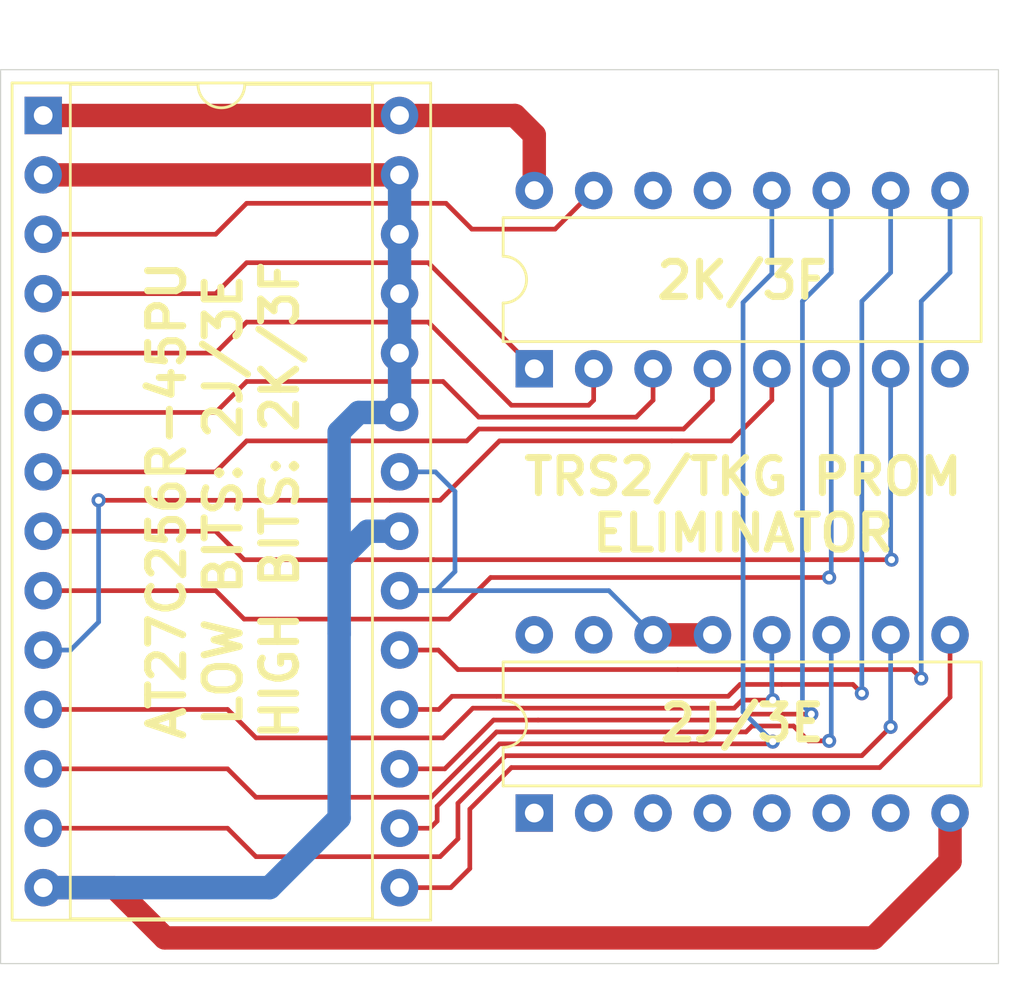
<source format=kicad_pcb>
(kicad_pcb (version 20241229) (generator "pcbnew") (generator_version "9.0")
  (layers (0 "F.Cu" signal) (2 "B.Cu" signal) (13 "F.Paste" user) (15 "B.Paste" user) (5 "F.SilkS" user "F.Silkscreen") (7 "B.SilkS" user "B.Silkscreen") (1 "F.Mask" user) (3 "B.Mask" user) (25 "Edge.Cuts" user))
  (net 0 "")
  (net 2 "GND")
  (net 3 "CS")
  (net 4 "2E_D3")
  (net 12 "2E_D0")
  (net 14 "2E_D1")
  (net 15 "2E_D2")
  (net 17 "2F_D2")
  (net 18 "A1")
  (net 19 "A0")
  (net 20 "+5V")
  (net 21 "A5")
  (net 23 "2F_D0")
  (net 24 "A7")
  (net 25 "2F_D1")
  (net 26 "A3")
  (net 28 "2F_D3")
  (net 29 "A6")
  (net 30 "A4")
  (net 31 "A2")
  (footprint "Package_DIP:DIP-16_W7.62mm" (layer "F.Cu") (at 50 69 90)
    (property "Reference" "J1")
    (property "Value" "Conn_02x08_Counter_Clockwise")
    (fp_line (start 6.46 -1.33) (end 4.81 -1.33) (stroke (width 0.12)) (layer "F.SilkS"))
    (fp_line (start 2.81 -1.33) (end 1.16 -1.33) (stroke (width 0.12)) (layer "F.SilkS"))
    (fp_line (start 1.16 -1.33) (end 1.16 19.11) (stroke (width 0.12)) (layer "F.SilkS"))
    (fp_line (start 6.46 19.11) (end 6.46 -1.33) (stroke (width 0.12)) (layer "F.SilkS"))
    (fp_line (start 1.16 19.11) (end 6.46 19.11) (stroke (width 0.12)) (layer "F.SilkS"))
    (fp_arc (start 4.81 -1.33) (mid 3.81 -0.33) (end 2.81 -1.33) (stroke (width 0.12)) (layer "F.SilkS"))
    (pad "1" thru_hole rect (at 0 0 90) (size 1.6 1.6) (drill 0.8) (layers "*.Cu" "*.Mask"))
    (pad "2" thru_hole oval (at 0 2.54 90) (size 1.6 1.6) (drill 0.8) (layers "*.Cu" "*.Mask"))
    (pad "3" thru_hole oval (at 0 5.08 90) (size 1.6 1.6) (drill 0.8) (layers "*.Cu" "*.Mask"))
    (pad "4" thru_hole oval (at 0 7.62 90) (size 1.6 1.6) (drill 0.8) (layers "*.Cu" "*.Mask"))
    (pad "5" thru_hole oval (at 0 10.16 90) (size 1.6 1.6) (drill 0.8) (layers "*.Cu" "*.Mask"))
    (pad "6" thru_hole oval (at 0 12.7 90) (size 1.6 1.6) (drill 0.8) (layers "*.Cu" "*.Mask"))
    (pad "7" thru_hole oval (at 0 15.24 90) (size 1.6 1.6) (drill 0.8) (layers "*.Cu" "*.Mask"))
    (pad "8" thru_hole oval (at 0 17.78 90) (size 1.6 1.6) (drill 0.8) (layers "*.Cu" "*.Mask") (net 2 "GND"))
    (pad "9" thru_hole oval (at 7.62 17.78 90) (size 1.6 1.6) (drill 0.8) (layers "*.Cu" "*.Mask") (net 4 "2E_D3"))
    (pad "10" thru_hole oval (at 7.62 15.24 90) (size 1.6 1.6) (drill 0.8) (layers "*.Cu" "*.Mask") (net 15 "2E_D2"))
    (pad "11" thru_hole oval (at 7.62 12.7 90) (size 1.6 1.6) (drill 0.8) (layers "*.Cu" "*.Mask") (net 14 "2E_D1"))
    (pad "12" thru_hole oval (at 7.62 10.16 90) (size 1.6 1.6) (drill 0.8) (layers "*.Cu" "*.Mask") (net 12 "2E_D0"))
    (pad "13" thru_hole oval (at 7.62 7.62 90) (size 1.6 1.6) (drill 0.8) (layers "*.Cu" "*.Mask") (net 3 "CS"))
    (pad "14" thru_hole oval (at 7.62 5.08 90) (size 1.6 1.6) (drill 0.8) (layers "*.Cu" "*.Mask") (net 3 "CS"))
    (pad "15" thru_hole oval (at 7.62 2.54 90) (size 1.6 1.6) (drill 0.8) (layers "*.Cu" "*.Mask"))
    (pad "16" thru_hole oval (at 7.62 0 90) (size 1.6 1.6) (drill 0.8) (layers "*.Cu" "*.Mask"))
  )
  (footprint "Package_DIP:DIP-28_W15.24mm_Socket" (layer "F.Cu") (at 29 39.17)
    (property "Reference" "U1")
    (property "Value" "27C256")
    (fp_line (start -1.33 -1.39) (end -1.33 34.41) (stroke (width 0.12)) (layer "F.SilkS"))
    (fp_line (start -1.33 34.41) (end 16.57 34.41) (stroke (width 0.12)) (layer "F.SilkS"))
    (fp_line (start 1.16 -1.33) (end 1.16 34.35) (stroke (width 0.12)) (layer "F.SilkS"))
    (fp_line (start 1.16 34.35) (end 14.08 34.35) (stroke (width 0.12)) (layer "F.SilkS"))
    (fp_line (start 6.62 -1.33) (end 1.16 -1.33) (stroke (width 0.12)) (layer "F.SilkS"))
    (fp_line (start 14.08 -1.33) (end 8.62 -1.33) (stroke (width 0.12)) (layer "F.SilkS"))
    (fp_line (start 14.08 34.35) (end 14.08 -1.33) (stroke (width 0.12)) (layer "F.SilkS"))
    (fp_line (start 16.57 -1.39) (end -1.33 -1.39) (stroke (width 0.12)) (layer "F.SilkS"))
    (fp_line (start 16.57 34.41) (end 16.57 -1.39) (stroke (width 0.12)) (layer "F.SilkS"))
    (fp_arc (start 8.62 -1.33) (mid 7.62 -0.33) (end 6.62 -1.33) (stroke (width 0.12)) (layer "F.SilkS"))
    (pad "1" thru_hole rect (at 0 0) (size 1.6 1.6) (drill 0.8) (layers "*.Cu" "*.Mask") (net 20 "+5V"))
    (pad "2" thru_hole oval (at 0 2.54) (size 1.6 1.6) (drill 0.8) (layers "*.Cu" "*.Mask") (net 2 "GND"))
    (pad "3" thru_hole oval (at 0 5.08) (size 1.6 1.6) (drill 0.8) (layers "*.Cu" "*.Mask") (net 24 "A7"))
    (pad "4" thru_hole oval (at 0 7.62) (size 1.6 1.6) (drill 0.8) (layers "*.Cu" "*.Mask") (net 29 "A6"))
    (pad "5" thru_hole oval (at 0 10.16) (size 1.6 1.6) (drill 0.8) (layers "*.Cu" "*.Mask") (net 21 "A5"))
    (pad "6" thru_hole oval (at 0 12.7) (size 1.6 1.6) (drill 0.8) (layers "*.Cu" "*.Mask") (net 30 "A4"))
    (pad "7" thru_hole oval (at 0 15.24) (size 1.6 1.6) (drill 0.8) (layers "*.Cu" "*.Mask") (net 26 "A3"))
    (pad "8" thru_hole oval (at 0 17.78) (size 1.6 1.6) (drill 0.8) (layers "*.Cu" "*.Mask") (net 31 "A2"))
    (pad "9" thru_hole oval (at 0 20.32) (size 1.6 1.6) (drill 0.8) (layers "*.Cu" "*.Mask") (net 18 "A1"))
    (pad "10" thru_hole oval (at 0 22.86) (size 1.6 1.6) (drill 0.8) (layers "*.Cu" "*.Mask") (net 19 "A0"))
    (pad "11" thru_hole oval (at 0 25.4) (size 1.6 1.6) (drill 0.8) (layers "*.Cu" "*.Mask") (net 12 "2E_D0"))
    (pad "12" thru_hole oval (at 0 27.94) (size 1.6 1.6) (drill 0.8) (layers "*.Cu" "*.Mask") (net 14 "2E_D1"))
    (pad "13" thru_hole oval (at 0 30.48) (size 1.6 1.6) (drill 0.8) (layers "*.Cu" "*.Mask") (net 15 "2E_D2"))
    (pad "14" thru_hole oval (at 0 33.02) (size 1.6 1.6) (drill 0.8) (layers "*.Cu" "*.Mask") (net 2 "GND"))
    (pad "15" thru_hole oval (at 15.24 33.02) (size 1.6 1.6) (drill 0.8) (layers "*.Cu" "*.Mask") (net 4 "2E_D3"))
    (pad "16" thru_hole oval (at 15.24 30.48) (size 1.6 1.6) (drill 0.8) (layers "*.Cu" "*.Mask") (net 23 "2F_D0"))
    (pad "17" thru_hole oval (at 15.24 27.94) (size 1.6 1.6) (drill 0.8) (layers "*.Cu" "*.Mask") (net 25 "2F_D1"))
    (pad "18" thru_hole oval (at 15.24 25.4) (size 1.6 1.6) (drill 0.8) (layers "*.Cu" "*.Mask") (net 17 "2F_D2"))
    (pad "19" thru_hole oval (at 15.24 22.86) (size 1.6 1.6) (drill 0.8) (layers "*.Cu" "*.Mask") (net 28 "2F_D3"))
    (pad "20" thru_hole oval (at 15.24 20.32) (size 1.6 1.6) (drill 0.8) (layers "*.Cu" "*.Mask") (net 3 "CS"))
    (pad "21" thru_hole oval (at 15.24 17.78) (size 1.6 1.6) (drill 0.8) (layers "*.Cu" "*.Mask") (net 2 "GND"))
    (pad "22" thru_hole oval (at 15.24 15.24) (size 1.6 1.6) (drill 0.8) (layers "*.Cu" "*.Mask") (net 3 "CS"))
    (pad "23" thru_hole oval (at 15.24 12.7) (size 1.6 1.6) (drill 0.8) (layers "*.Cu" "*.Mask") (net 2 "GND"))
    (pad "24" thru_hole oval (at 15.24 10.16) (size 1.6 1.6) (drill 0.8) (layers "*.Cu" "*.Mask") (net 2 "GND"))
    (pad "25" thru_hole oval (at 15.24 7.62) (size 1.6 1.6) (drill 0.8) (layers "*.Cu" "*.Mask") (net 2 "GND"))
    (pad "26" thru_hole oval (at 15.24 5.08) (size 1.6 1.6) (drill 0.8) (layers "*.Cu" "*.Mask") (net 2 "GND"))
    (pad "27" thru_hole oval (at 15.24 2.54) (size 1.6 1.6) (drill 0.8) (layers "*.Cu" "*.Mask") (net 2 "GND"))
    (pad "28" thru_hole oval (at 15.24 0) (size 1.6 1.6) (drill 0.8) (layers "*.Cu" "*.Mask") (net 20 "+5V"))
  )
  (footprint "Package_DIP:DIP-16_W7.62mm" (layer "F.Cu") (at 50 50 90)
    (property "Reference" "J2")
    (property "Value" "Conn_02x08_Counter_Clockwise")
    (fp_line (start 6.46 -1.33) (end 4.81 -1.33) (stroke (width 0.12)) (layer "F.SilkS"))
    (fp_line (start 2.81 -1.33) (end 1.16 -1.33) (stroke (width 0.12)) (layer "F.SilkS"))
    (fp_line (start 1.16 -1.33) (end 1.16 19.11) (stroke (width 0.12)) (layer "F.SilkS"))
    (fp_line (start 6.46 19.11) (end 6.46 -1.33) (stroke (width 0.12)) (layer "F.SilkS"))
    (fp_line (start 1.16 19.11) (end 6.46 19.11) (stroke (width 0.12)) (layer "F.SilkS"))
    (fp_arc (start 4.81 -1.33) (mid 3.81 -0.33) (end 2.81 -1.33) (stroke (width 0.12)) (layer "F.SilkS"))
    (pad "1" thru_hole rect (at 0 0 90) (size 1.6 1.6) (drill 0.8) (layers "*.Cu" "*.Mask") (net 29 "A6"))
    (pad "2" thru_hole oval (at 0 2.54 90) (size 1.6 1.6) (drill 0.8) (layers "*.Cu" "*.Mask") (net 21 "A5"))
    (pad "3" thru_hole oval (at 0 5.08 90) (size 1.6 1.6) (drill 0.8) (layers "*.Cu" "*.Mask") (net 30 "A4"))
    (pad "4" thru_hole oval (at 0 7.62 90) (size 1.6 1.6) (drill 0.8) (layers "*.Cu" "*.Mask") (net 26 "A3"))
    (pad "5" thru_hole oval (at 0 10.16 90) (size 1.6 1.6) (drill 0.8) (layers "*.Cu" "*.Mask") (net 19 "A0"))
    (pad "6" thru_hole oval (at 0 12.7 90) (size 1.6 1.6) (drill 0.8) (layers "*.Cu" "*.Mask") (net 18 "A1"))
    (pad "7" thru_hole oval (at 0 15.24 90) (size 1.6 1.6) (drill 0.8) (layers "*.Cu" "*.Mask") (net 31 "A2"))
    (pad "8" thru_hole oval (at 0 17.78 90) (size 1.6 1.6) (drill 0.8) (layers "*.Cu" "*.Mask"))
    (pad "9" thru_hole oval (at 7.62 17.78 90) (size 1.6 1.6) (drill 0.8) (layers "*.Cu" "*.Mask") (net 28 "2F_D3"))
    (pad "10" thru_hole oval (at 7.62 15.24 90) (size 1.6 1.6) (drill 0.8) (layers "*.Cu" "*.Mask") (net 17 "2F_D2"))
    (pad "11" thru_hole oval (at 7.62 12.7 90) (size 1.6 1.6) (drill 0.8) (layers "*.Cu" "*.Mask") (net 25 "2F_D1"))
    (pad "12" thru_hole oval (at 7.62 10.16 90) (size 1.6 1.6) (drill 0.8) (layers "*.Cu" "*.Mask") (net 23 "2F_D0"))
    (pad "13" thru_hole oval (at 7.62 7.62 90) (size 1.6 1.6) (drill 0.8) (layers "*.Cu" "*.Mask"))
    (pad "14" thru_hole oval (at 7.62 5.08 90) (size 1.6 1.6) (drill 0.8) (layers "*.Cu" "*.Mask"))
    (pad "15" thru_hole oval (at 7.62 2.54 90) (size 1.6 1.6) (drill 0.8) (layers "*.Cu" "*.Mask") (net 24 "A7"))
    (pad "16" thru_hole oval (at 7.62 0 90) (size 1.6 1.6) (drill 0.8) (layers "*.Cu" "*.Mask") (net 20 "+5V"))
  )
  (gr_rect (start 27.178 37.211) (end 69.85 75.438) (stroke (width 0.05)) (fill no) (layer "Edge.Cuts"))
  (gr_text "TRS2/TKG PROM\nELIMINATOR" (at 58.928 57.912 0) (layer "F.SilkS") (effects (font (size 1.5 1.5) (thickness 0.3) (bold yes)) (justify bottom)))
  (gr_text "AT27C256R-45PU\nLOW BITS: 2J/3E\nHIGH BITS: 2K/3F" (at 36.703 55.626 90) (layer "F.SilkS") (effects (font (size 1.5 1.5) (thickness 0.3) (bold yes))))
  (gr_text "2K/3F" (at 58.89 46.228 0) (layer "F.SilkS") (effects (font (size 1.5 1.5) (thickness 0.3) (bold yes))))
  (gr_text "2J/3E" (at 58.89 65.151 0) (layer "F.SilkS") (effects (font (size 1.5 1.5) (thickness 0.3) (bold yes))))
  (segment (start 34.2 74.34) (end 32.05 72.19) (width 1) (layer "F.Cu") (net 2))
  (segment (start 32.05 72.19) (end 29 72.19) (width 1) (layer "F.Cu") (net 2))
  (segment (start 67.78 69) (end 67.78 71.07) (width 1) (layer "F.Cu") (net 2))
  (segment (start 64.51 74.34) (end 34.2 74.34) (width 1) (layer "F.Cu") (net 2))
  (segment (start 67.78 71.07) (end 64.51 74.34) (width 1) (layer "F.Cu") (net 2))
  (segment (start 44.24 41.71) (end 29 41.71) (width 1) (layer "F.Cu") (net 2))
  (segment (start 29 72.19) (end 38.681 72.19) (width 1) (layer "B.Cu") (net 2))
  (segment (start 38.681 72.19) (end 41.656 69.215) (width 1) (layer "B.Cu") (net 2))
  (segment (start 41.656 61.341) (end 41.656 52.705) (width 1) (layer "B.Cu") (net 2))
  (segment (start 44.24 51.87) (end 44.24 41.71) (width 1) (layer "B.Cu") (net 2))
  (segment (start 41.656 52.705) (end 42.491 51.87) (width 1) (layer "B.Cu") (net 2))
  (segment (start 41.656 58.166) (end 42.872 56.95) (width 1) (layer "B.Cu") (net 2))
  (segment (start 42.491 51.87) (end 44.24 51.87) (width 1) (layer "B.Cu") (net 2))
  (segment (start 41.656 69.215) (end 41.656 61.341) (width 1) (layer "B.Cu") (net 2))
  (segment (start 41.656 61.341) (end 41.656 58.166) (width 1) (layer "B.Cu") (net 2))
  (segment (start 42.872 56.95) (end 44.24 56.95) (width 1) (layer "B.Cu") (net 2))
  (segment (start 57.62 61.38) (end 55.08 61.38) (width 1) (layer "F.Cu") (net 3))
  (segment (start 46.609 55.245) (end 45.774 54.41) (width 0.2) (layer "B.Cu") (net 3))
  (segment (start 53.19 59.49) (end 44.24 59.49) (width 0.2) (layer "B.Cu") (net 3))
  (segment (start 45.793 59.49) (end 46.609 58.674) (width 0.2) (layer "B.Cu") (net 3))
  (segment (start 45.774 54.41) (end 44.24 54.41) (width 0.2) (layer "B.Cu") (net 3))
  (segment (start 46.609 58.674) (end 46.609 55.245) (width 0.2) (layer "B.Cu") (net 3))
  (segment (start 44.24 59.49) (end 45.793 59.49) (width 0.2) (layer "B.Cu") (net 3))
  (segment (start 55.08 61.38) (end 53.19 59.49) (width 0.2) (layer "B.Cu") (net 3))
  (segment (start 64.77 67.056) (end 67.78 64.046) (width 0.2) (layer "F.Cu") (net 4))
  (segment (start 47.244 71.374) (end 47.244 68.834) (width 0.2) (layer "F.Cu") (net 4))
  (segment (start 44.24 72.19) (end 46.428 72.19) (width 0.2) (layer "F.Cu") (net 4))
  (segment (start 67.78 64.046) (end 67.78 61.38) (width 0.2) (layer "F.Cu") (net 4))
  (segment (start 49.022 67.056) (end 64.77 67.056) (width 0.2) (layer "F.Cu") (net 4))
  (segment (start 47.244 68.834) (end 49.022 67.056) (width 0.2) (layer "F.Cu") (net 4))
  (segment (start 46.428 72.19) (end 47.244 71.374) (width 0.2) (layer "F.Cu") (net 4))
  (segment (start 46.101 65.786) (end 46.609 65.278) (width 0.2) (layer "F.Cu") (net 12))
  (segment (start 58.547 64.516) (end 58.674 64.389) (width 0.2) (layer "F.Cu") (net 12))
  (segment (start 58.893 64.17) (end 60.198 64.17) (width 0.2) (layer "F.Cu") (net 12))
  (segment (start 36.884 64.57) (end 29 64.57) (width 0.2) (layer "F.Cu") (net 12))
  (segment (start 38.1 65.786) (end 36.884 64.57) (width 0.2) (layer "F.Cu") (net 12))
  (segment (start 58.674 64.389) (end 58.893 64.17) (width 0.2) (layer "F.Cu") (net 12))
  (segment (start 38.1 65.786) (end 46.101 65.786) (width 0.2) (layer "F.Cu") (net 12))
  (segment (start 49.53 64.516) (end 58.547 64.516) (width 0.2) (layer "F.Cu") (net 12))
  (segment (start 47.371 64.516) (end 49.53 64.516) (width 0.2) (layer "F.Cu") (net 12))
  (segment (start 46.609 65.278) (end 47.371 64.516) (width 0.2) (layer "F.Cu") (net 12))
  (via (at 60.198 64.17) (size 0.6) (drill 0.3) (layers "F.Cu" "B.Cu") (net 12))
  (segment (start 60.16 64.132) (end 60.198 64.17) (width 0.2) (layer "B.Cu") (net 12))
  (segment (start 60.16 61.38) (end 60.16 64.132) (width 0.2) (layer "B.Cu") (net 12))
  (segment (start 45.593 68.326) (end 38.1 68.326) (width 0.2) (layer "F.Cu") (net 14))
  (segment (start 59.055 65.532) (end 48.387 65.532) (width 0.2) (layer "F.Cu") (net 14))
  (segment (start 61.087 65.278) (end 59.309 65.278) (width 0.2) (layer "F.Cu") (net 14))
  (segment (start 59.309 65.278) (end 59.055 65.532) (width 0.2) (layer "F.Cu") (net 14))
  (segment (start 38.1 68.326) (end 36.884 67.11) (width 0.2) (layer "F.Cu") (net 14))
  (segment (start 62.611 65.913) (end 61.722 65.913) (width 0.2) (layer "F.Cu") (net 14))
  (segment (start 48.387 65.532) (end 45.593 68.326) (width 0.2) (layer "F.Cu") (net 14))
  (segment (start 36.884 67.11) (end 29 67.11) (width 0.2) (layer "F.Cu") (net 14))
  (segment (start 61.722 65.913) (end 61.087 65.278) (width 0.2) (layer "F.Cu") (net 14))
  (via (at 62.611 65.913) (size 0.6) (drill 0.3) (layers "F.Cu" "B.Cu") (net 14))
  (segment (start 62.7 61.38) (end 62.7 65.824) (width 0.2) (layer "B.Cu") (net 14))
  (segment (start 62.7 65.824) (end 62.611 65.913) (width 0.2) (layer "B.Cu") (net 14))
  (segment (start 65.24 65.316) (end 64.008 66.548) (width 0.2) (layer "F.Cu") (net 15))
  (segment (start 45.974 70.866) (end 38.1 70.866) (width 0.2) (layer "F.Cu") (net 15))
  (segment (start 64.008 66.548) (end 48.768 66.548) (width 0.2) (layer "F.Cu") (net 15))
  (segment (start 46.736 68.58) (end 46.736 70.104) (width 0.2) (layer "F.Cu") (net 15))
  (segment (start 48.768 66.548) (end 46.736 68.58) (width 0.2) (layer "F.Cu") (net 15))
  (segment (start 36.884 69.65) (end 29 69.65) (width 0.2) (layer "F.Cu") (net 15))
  (segment (start 38.1 70.866) (end 36.884 69.65) (width 0.2) (layer "F.Cu") (net 15))
  (segment (start 46.736 70.104) (end 45.974 70.866) (width 0.2) (layer "F.Cu") (net 15))
  (via (at 65.24 65.316) (size 0.6) (drill 0.3) (layers "F.Cu" "B.Cu") (net 15))
  (segment (start 65.24 61.38) (end 65.24 65.316) (width 0.2) (layer "B.Cu") (net 15))
  (segment (start 63.627 63.5) (end 64.008 63.881) (width 0.2) (layer "F.Cu") (net 17))
  (segment (start 46.482 64.008) (end 48.387 64.008) (width 0.2) (layer "F.Cu") (net 17))
  (segment (start 48.387 64.008) (end 58.293 64.008) (width 0.2) (layer "F.Cu") (net 17))
  (segment (start 44.24 64.57) (end 45.92 64.57) (width 0.2) (layer "F.Cu") (net 17))
  (segment (start 45.92 64.57) (end 46.228 64.262) (width 0.2) (layer "F.Cu") (net 17))
  (segment (start 46.228 64.262) (end 46.482 64.008) (width 0.2) (layer "F.Cu") (net 17))
  (segment (start 58.547 63.754) (end 58.801 63.5) (width 0.2) (layer "F.Cu") (net 17))
  (segment (start 58.293 64.008) (end 58.547 63.754) (width 0.2) (layer "F.Cu") (net 17))
  (segment (start 58.801 63.5) (end 60.579 63.5) (width 0.2) (layer "F.Cu") (net 17))
  (segment (start 60.579 63.5) (end 63.627 63.5) (width 0.2) (layer "F.Cu") (net 17))
  (via (at 64.008 63.881) (size 0.6) (drill 0.3) (layers "F.Cu" "B.Cu") (net 17))
  (segment (start 65.24 45.885) (end 65.24 42.38) (width 0.2) (layer "B.Cu") (net 17))
  (segment (start 64.008 47.117) (end 65.24 45.885) (width 0.2) (layer "B.Cu") (net 17))
  (segment (start 64.008 63.881) (end 64.008 47.117) (width 0.2) (layer "B.Cu") (net 17))
  (segment (start 37.592 60.706) (end 46.355 60.706) (width 0.2) (layer "F.Cu") (net 18))
  (segment (start 48.133 58.928) (end 62.611 58.928) (width 0.2) (layer "F.Cu") (net 18))
  (segment (start 29 59.49) (end 36.376 59.49) (width 0.2) (layer "F.Cu") (net 18))
  (segment (start 46.355 60.706) (end 48.133 58.928) (width 0.2) (layer "F.Cu") (net 18))
  (segment (start 36.376 59.49) (end 37.592 60.706) (width 0.2) (layer "F.Cu") (net 18))
  (via (at 62.611 58.928) (size 0.6) (drill 0.3) (layers "F.Cu" "B.Cu") (net 18))
  (segment (start 62.7 58.839) (end 62.611 58.928) (width 0.2) (layer "B.Cu") (net 18))
  (segment (start 62.7 50) (end 62.7 58.839) (width 0.2) (layer "B.Cu") (net 18))
  (segment (start 46.228 55.372) (end 45.974 55.626) (width 0.2) (layer "F.Cu") (net 19))
  (segment (start 58.801 52.705) (end 58.42 53.086) (width 0.2) (layer "F.Cu") (net 19))
  (segment (start 55.88 53.086) (end 48.514 53.086) (width 0.2) (layer "F.Cu") (net 19))
  (segment (start 48.514 53.086) (end 46.228 55.372) (width 0.2) (layer "F.Cu") (net 19))
  (segment (start 43.815 55.626) (end 31.369 55.626) (width 0.2) (layer "F.Cu") (net 19))
  (segment (start 58.42 53.086) (end 55.88 53.086) (width 0.2) (layer "F.Cu") (net 19))
  (segment (start 60.16 50) (end 60.16 51.346) (width 0.2) (layer "F.Cu") (net 19))
  (segment (start 45.974 55.626) (end 43.815 55.626) (width 0.2) (layer "F.Cu") (net 19))
  (segment (start 60.16 51.346) (end 58.801 52.705) (width 0.2) (layer "F.Cu") (net 19))
  (via (at 31.369 55.626) (size 0.6) (drill 0.3) (layers "F.Cu" "B.Cu") (net 19))
  (segment (start 30.172 62.03) (end 29 62.03) (width 0.2) (layer "B.Cu") (net 19))
  (segment (start 31.369 60.833) (end 30.172 62.03) (width 0.2) (layer "B.Cu") (net 19))
  (segment (start 31.369 55.626) (end 31.369 60.833) (width 0.2) (layer "B.Cu") (net 19))
  (segment (start 50 42.38) (end 50 40) (width 1) (layer "F.Cu") (net 20))
  (segment (start 49.17 39.17) (end 44.24 39.17) (width 1) (layer "F.Cu") (net 20))
  (segment (start 50 40) (end 49.17 39.17) (width 1) (layer "F.Cu") (net 20))
  (segment (start 44.24 39.17) (end 29 39.17) (width 1) (layer "F.Cu") (net 20))
  (segment (start 49.022 51.562) (end 45.466 48.006) (width 0.2) (layer "F.Cu") (net 21))
  (segment (start 45.466 48.006) (end 37.7 48.006) (width 0.2) (layer "F.Cu") (net 21))
  (segment (start 52.324 51.562) (end 49.022 51.562) (width 0.2) (layer "F.Cu") (net 21))
  (segment (start 36.376 49.33) (end 29 49.33) (width 0.2) (layer "F.Cu") (net 21))
  (segment (start 37.7 48.006) (end 36.376 49.33) (width 0.2) (layer "F.Cu") (net 21))
  (segment (start 52.54 50) (end 52.54 51.346) (width 0.2) (layer "F.Cu") (net 21))
  (segment (start 52.54 51.346) (end 52.324 51.562) (width 0.2) (layer "F.Cu") (net 21))
  (segment (start 48.514 66.04) (end 60.198 66.04) (width 0.2) (layer "F.Cu") (net 23))
  (segment (start 44.24 69.65) (end 45.539 69.65) (width 0.2) (layer "F.Cu") (net 23))
  (segment (start 45.847 68.707) (end 48.514 66.04) (width 0.2) (layer "F.Cu") (net 23))
  (segment (start 45.847 69.342) (end 45.847 68.707) (width 0.2) (layer "F.Cu") (net 23))
  (segment (start 45.539 69.65) (end 45.847 69.342) (width 0.2) (layer "F.Cu") (net 23))
  (segment (start 60.198 66.04) (end 60.198 65.948) (width 0.2) (layer "F.Cu") (net 23))
  (via (at 60.198 65.948) (size 0.6) (drill 0.3) (layers "F.Cu" "B.Cu") (net 23))
  (segment (start 60.198 65.948) (end 58.928 64.678) (width 0.2) (layer "B.Cu") (net 23))
  (segment (start 60.16 45.936) (end 60.16 42.38) (width 0.2) (layer "B.Cu") (net 23))
  (segment (start 58.928 47.168) (end 60.16 45.936) (width 0.2) (layer "B.Cu") (net 23))
  (segment (start 58.928 64.678) (end 58.928 47.168) (width 0.2) (layer "B.Cu") (net 23))
  (segment (start 46.228 42.926) (end 37.7 42.926) (width 0.2) (layer "F.Cu") (net 24))
  (segment (start 52.54 42.38) (end 50.889 44.031) (width 0.2) (layer "F.Cu") (net 24))
  (segment (start 36.376 44.25) (end 29 44.25) (width 0.2) (layer "F.Cu") (net 24))
  (segment (start 50.889 44.031) (end 47.333 44.031) (width 0.2) (layer "F.Cu") (net 24))
  (segment (start 37.7 42.926) (end 36.376 44.25) (width 0.2) (layer "F.Cu") (net 24))
  (segment (start 47.333 44.031) (end 46.228 42.926) (width 0.2) (layer "F.Cu") (net 24))
  (segment (start 58.801 65.024) (end 59.055 64.77) (width 0.2) (layer "F.Cu") (net 25))
  (segment (start 48.26 65.024) (end 50.165 65.024) (width 0.2) (layer "F.Cu") (net 25))
  (segment (start 46.863 66.421) (end 48.26 65.024) (width 0.2) (layer "F.Cu") (net 25))
  (segment (start 59.055 64.77) (end 60.579 64.77) (width 0.2) (layer "F.Cu") (net 25))
  (segment (start 44.24 67.11) (end 46.174 67.11) (width 0.2) (layer "F.Cu") (net 25))
  (segment (start 50.165 65.024) (end 58.801 65.024) (width 0.2) (layer "F.Cu") (net 25))
  (segment (start 46.174 67.11) (end 46.863 66.421) (width 0.2) (layer "F.Cu") (net 25))
  (segment (start 60.579 64.77) (end 61.849 64.77) (width 0.2) (layer "F.Cu") (net 25))
  (via (at 61.849 64.77) (size 0.6) (drill 0.3) (layers "F.Cu" "B.Cu") (net 25))
  (segment (start 62.7 45.885) (end 62.7 45.72) (width 0.2) (layer "B.Cu") (net 25))
  (segment (start 61.468 64.389) (end 61.468 47.117) (width 0.2) (layer "B.Cu") (net 25))
  (segment (start 61.849 64.77) (end 61.468 64.389) (width 0.2) (layer "B.Cu") (net 25))
  (segment (start 62.7 45.72) (end 62.7 42.38) (width 0.2) (layer "B.Cu") (net 25))
  (segment (start 62.7 45.809) (end 62.7 45.72) (width 0.2) (layer "B.Cu") (net 25))
  (segment (start 61.468 47.117) (end 62.7 45.885) (width 0.2) (layer "B.Cu") (net 25))
  (segment (start 57.62 50) (end 57.62 51.346) (width 0.2) (layer "F.Cu") (net 26))
  (segment (start 36.376 54.41) (end 29 54.41) (width 0.2) (layer "F.Cu") (net 26))
  (segment (start 37.7 53.086) (end 36.376 54.41) (width 0.2) (layer "F.Cu") (net 26))
  (segment (start 57.62 51.346) (end 56.388 52.578) (width 0.2) (layer "F.Cu") (net 26))
  (segment (start 47.117 53.086) (end 37.7 53.086) (width 0.2) (layer "F.Cu") (net 26))
  (segment (start 56.388 52.578) (end 47.625 52.578) (width 0.2) (layer "F.Cu") (net 26))
  (segment (start 47.625 52.578) (end 47.117 53.086) (width 0.2) (layer "F.Cu") (net 26))
  (segment (start 46.736 62.865) (end 56.134 62.865) (width 0.2) (layer "F.Cu") (net 28))
  (segment (start 56.134 62.865) (end 66.167 62.865) (width 0.2) (layer "F.Cu") (net 28))
  (segment (start 46.355 62.484) (end 46.736 62.865) (width 0.2) (layer "F.Cu") (net 28))
  (segment (start 44.24 62.03) (end 45.901 62.03) (width 0.2) (layer "F.Cu") (net 28))
  (segment (start 66.167 62.865) (end 66.548 63.246) (width 0.2) (layer "F.Cu") (net 28))
  (segment (start 45.901 62.03) (end 46.355 62.484) (width 0.2) (layer "F.Cu") (net 28))
  (via (at 66.548 63.246) (size 0.6) (drill 0.3) (layers "F.Cu" "B.Cu") (net 28))
  (segment (start 67.78 45.885) (end 67.78 42.38) (width 0.2) (layer "B.Cu") (net 28))
  (segment (start 66.548 63.246) (end 66.548 47.117) (width 0.2) (layer "B.Cu") (net 28))
  (segment (start 66.548 47.117) (end 67.78 45.885) (width 0.2) (layer "B.Cu") (net 28))
  (segment (start 36.376 46.79) (end 29 46.79) (width 0.2) (layer "F.Cu") (net 29))
  (segment (start 45.466 45.466) (end 37.7 45.466) (width 0.2) (layer "F.Cu") (net 29))
  (segment (start 37.7 45.466) (end 36.376 46.79) (width 0.2) (layer "F.Cu") (net 29))
  (segment (start 50 50) (end 45.466 45.466) (width 0.2) (layer "F.Cu") (net 29))
  (segment (start 47.625 52.07) (end 46.101 50.546) (width 0.2) (layer "F.Cu") (net 30))
  (segment (start 37.7 50.546) (end 36.376 51.87) (width 0.2) (layer "F.Cu") (net 30))
  (segment (start 46.101 50.546) (end 37.7 50.546) (width 0.2) (layer "F.Cu") (net 30))
  (segment (start 54.356 52.07) (end 47.625 52.07) (width 0.2) (layer "F.Cu") (net 30))
  (segment (start 55.08 51.346) (end 54.356 52.07) (width 0.2) (layer "F.Cu") (net 30))
  (segment (start 55.08 50) (end 55.08 51.346) (width 0.2) (layer "F.Cu") (net 30))
  (segment (start 36.376 51.87) (end 29 51.87) (width 0.2) (layer "F.Cu") (net 30))
  (segment (start 65.24 58.128) (end 65.278 58.166) (width 0.2) (layer "F.Cu") (net 31))
  (segment (start 29 56.95) (end 36.376 56.95) (width 0.2) (layer "F.Cu") (net 31))
  (segment (start 36.376 56.95) (end 36.83 57.404) (width 0.2) (layer "F.Cu") (net 31))
  (segment (start 45.466 58.166) (end 65.278 58.166) (width 0.2) (layer "F.Cu") (net 31))
  (segment (start 37.592 58.166) (end 45.72 58.166) (width 0.2) (layer "F.Cu") (net 31))
  (segment (start 45.72 58.166) (end 45.466 58.166) (width 0.2) (layer "F.Cu") (net 31))
  (segment (start 36.83 57.404) (end 37.592 58.166) (width 0.2) (layer "F.Cu") (net 31))
  (via (at 65.278 58.166) (size 0.6) (drill 0.3) (layers "F.Cu" "B.Cu") (net 31))
  (segment (start 65.278 58.166) (end 65.24 58.128) (width 0.2) (layer "B.Cu") (net 31))
  (segment (start 65.24 58.128) (end 65.24 50) (width 0.2) (layer "B.Cu") (net 31))
)
</source>
